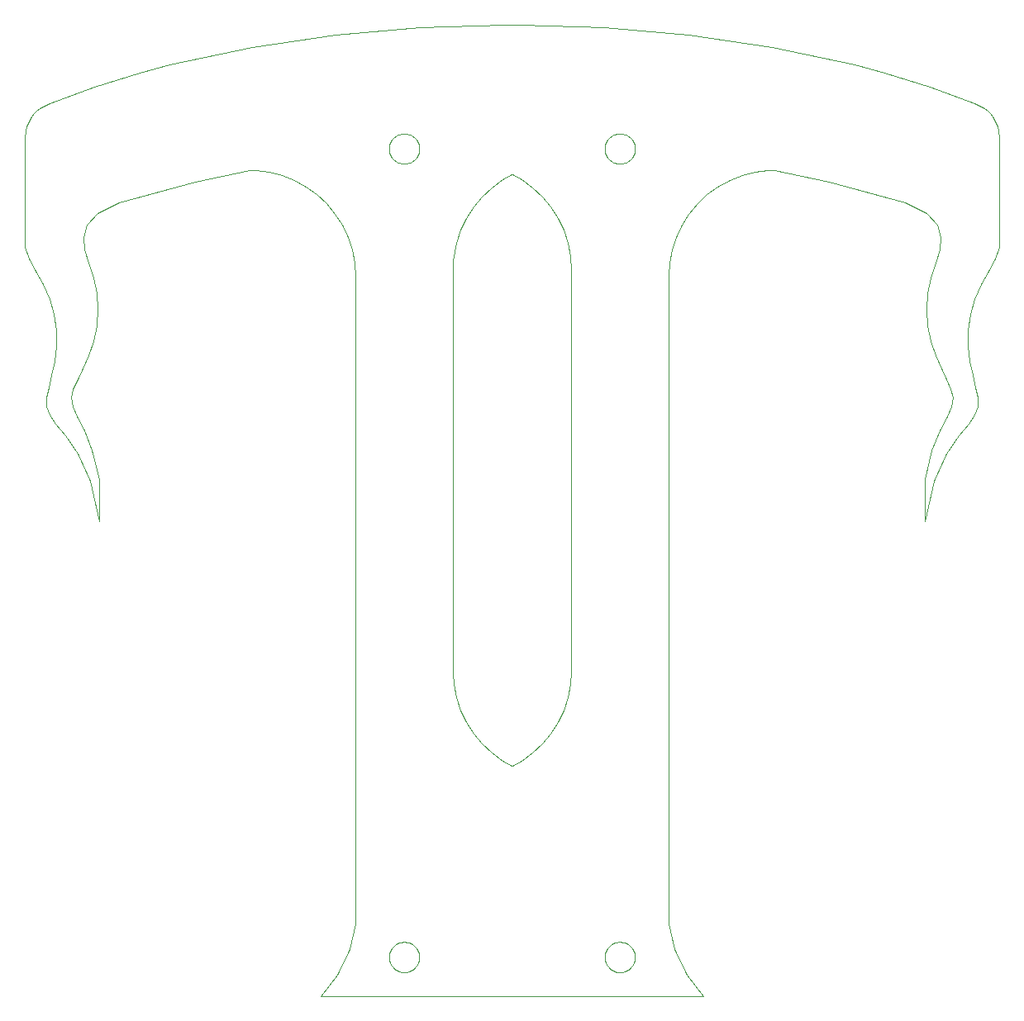
<source format=gm1>
G04 #@! TF.FileFunction,Profile,NP*
%FSLAX46Y46*%
G04 Gerber Fmt 4.6, Leading zero omitted, Abs format (unit mm)*
G04 Created by KiCad (PCBNEW 4.0.7) date 02/25/18 15:11:15*
%MOMM*%
%LPD*%
G01*
G04 APERTURE LIST*
%ADD10C,0.100000*%
G04 APERTURE END LIST*
D10*
X43860720Y75483720D02*
X44246800Y77292200D01*
X43865800Y34152840D02*
X43916600Y33258760D01*
X50955573Y83762972D02*
X49991563Y84292530D01*
X97124595Y63725083D02*
X97441436Y62490152D01*
X96820768Y65136804D02*
X97124595Y63725083D01*
X96632601Y66687713D02*
X96820768Y65136804D01*
X96638125Y68319403D02*
X96632601Y66687713D01*
X96880350Y69963922D02*
X96638125Y68319403D01*
X98025607Y73043514D02*
X97359175Y71555608D01*
X97359175Y71555608D02*
X96880350Y69963922D01*
X98778291Y74404414D02*
X98025607Y73043514D01*
X99850757Y76814051D02*
X99462352Y75656394D01*
X99462352Y75656394D02*
X98778291Y74404414D01*
X99850757Y76814051D02*
X99850757Y88055035D01*
X50735Y88055035D02*
X130724Y88822828D01*
X1263025Y90804890D02*
X1561489Y91050445D01*
X76547895Y97375154D02*
X85006687Y95599644D01*
X40511677Y99413209D02*
X31902509Y98647824D01*
X367255Y89557646D02*
X541302Y89902733D01*
X1883792Y91263751D02*
X2226461Y91442512D01*
X2544677Y91581566D02*
X2226461Y91442512D01*
X991611Y90529731D02*
X1263025Y90804890D01*
X7132339Y93308757D02*
X2544677Y91581566D01*
X130724Y88822828D02*
X229903Y89196381D01*
X23353596Y97375154D02*
X14894804Y95599644D01*
X229903Y89196381D02*
X367255Y89557646D01*
X50735Y76814051D02*
X50735Y88055035D01*
X98909880Y90529731D02*
X98638467Y90804890D01*
X541302Y89902733D02*
X750171Y90227929D01*
X50828764Y99666319D02*
X59389815Y99413209D01*
X49072727Y99666319D02*
X40511677Y99413209D01*
X98638467Y90804890D02*
X98340002Y91050445D01*
X1561489Y91050445D02*
X1883792Y91263751D01*
X50735Y76814051D02*
X439139Y75656394D01*
X11770129Y94748269D02*
X7132339Y93308757D01*
X99151321Y90227929D02*
X98909880Y90529731D01*
X14894804Y95599644D02*
X11770129Y94748269D01*
X750171Y90227929D02*
X991611Y90529731D01*
X98017700Y91263751D02*
X97675030Y91442512D01*
X98340002Y91050445D02*
X98017700Y91263751D01*
X59389815Y99413209D02*
X67998983Y98647824D01*
X97356815Y91581566D02*
X97675030Y91442512D01*
X92769153Y93308757D02*
X97356815Y91581566D01*
X88131362Y94748269D02*
X92769153Y93308757D01*
X85006687Y95599644D02*
X88131362Y94748269D01*
X38248565Y5464032D02*
X38429547Y5535688D01*
X37358521Y4061546D02*
X37370743Y4255813D01*
X60004956Y2867247D02*
X60162432Y2752834D01*
X37370743Y4255813D02*
X37407217Y4447017D01*
X60333007Y2659060D02*
X60513989Y2587404D01*
X38811200Y5608492D02*
X39005851Y5608492D01*
X37407217Y3676076D02*
X37370743Y3867279D01*
X39896535Y2867247D02*
X39739059Y2752834D01*
X37550246Y3314826D02*
X37467367Y3490952D01*
X37467367Y4632141D02*
X37550246Y4808267D01*
X39568485Y5464032D02*
X39739059Y5370259D01*
X62351246Y3314826D02*
X62434124Y3490952D01*
X62351246Y4808267D02*
X62246946Y4972616D01*
X40446308Y3867279D02*
X40409834Y3676076D01*
X59551809Y4632141D02*
X59491658Y4447017D01*
X59634687Y4808267D02*
X59551809Y4632141D01*
X61283408Y5584096D02*
X61090292Y5608492D01*
X61090292Y5608492D02*
X60895641Y5608492D01*
X61823500Y5370259D02*
X61652926Y5464032D01*
X59455184Y4255813D02*
X59442962Y4061546D01*
X39198967Y2538997D02*
X39005851Y2514600D01*
X62122871Y5122598D02*
X61980977Y5255845D01*
X37920515Y2867247D02*
X37778620Y3000495D01*
X59863062Y5122598D02*
X59738986Y4972616D01*
X61980977Y5255845D02*
X61823500Y5370259D01*
X39387503Y5535688D02*
X39568485Y5464032D01*
X61980977Y2867247D02*
X62122871Y3000495D01*
X59738986Y3150476D02*
X59863062Y3000495D01*
X37654545Y4972616D02*
X37778620Y5122598D01*
X60895641Y2514600D02*
X61090292Y2514600D01*
X61471944Y2587404D02*
X61652926Y2659060D01*
X60702524Y2538997D02*
X60895641Y2514600D01*
X59634687Y3314826D02*
X59738986Y3150476D01*
X62530749Y3867279D02*
X62542971Y4061546D01*
X60162432Y2752834D02*
X60333007Y2659060D01*
X39739059Y2752834D02*
X39568485Y2659060D01*
X60004956Y5255845D02*
X59863062Y5122598D01*
X62122871Y3000495D02*
X62246946Y3150476D01*
X62494275Y3676076D02*
X62530749Y3867279D01*
X40266805Y4808267D02*
X40349683Y4632141D01*
X60895641Y5608492D02*
X60702524Y5584096D01*
X61471944Y5535688D02*
X61283408Y5584096D01*
X59491658Y3676076D02*
X59551809Y3490952D01*
X40349683Y3490952D02*
X40266805Y3314826D01*
X61823500Y2752834D02*
X61980977Y2867247D01*
X39896535Y5255845D02*
X40038430Y5122598D01*
X59442962Y4061546D02*
X59455184Y3867279D01*
X59455184Y3867279D02*
X59491658Y3676076D01*
X61652926Y5464032D02*
X61471944Y5535688D01*
X40162505Y4972616D02*
X40266805Y4808267D01*
X60702524Y5584096D02*
X60513989Y5535688D01*
X62530749Y4255813D02*
X62494275Y4447017D01*
X60162432Y5370259D02*
X60004956Y5255845D01*
X40266805Y3314826D02*
X40162505Y3150476D01*
X39198967Y5584096D02*
X39387503Y5535688D01*
X39739059Y5370259D02*
X39896535Y5255845D01*
X38618083Y5584096D02*
X38811200Y5608492D01*
X40038430Y3000495D02*
X39896535Y2867247D01*
X60333007Y5464032D02*
X60162432Y5370259D01*
X59863062Y3000495D02*
X60004956Y2867247D01*
X59551809Y3490952D02*
X59634687Y3314826D01*
X39005851Y5608492D02*
X39198967Y5584096D01*
X37654545Y3150476D02*
X37550246Y3314826D01*
X33906674Y10492500D02*
X33906674Y73869753D01*
X65994817Y10492500D02*
X65994817Y73869753D01*
X67338129Y79099936D02*
X68068882Y80250977D01*
X32563362Y79099936D02*
X31832610Y80250977D01*
X33565484Y76569721D02*
X33144041Y77866362D01*
X68068882Y80250977D02*
X68938176Y81301319D01*
X69932294Y82234390D02*
X71035550Y83035465D01*
X28865942Y83035465D02*
X27670960Y83691903D01*
X31832610Y80250977D02*
X30963316Y81301319D01*
X33821039Y75230473D02*
X33565484Y76569721D01*
X65994817Y7492491D02*
X65994817Y10492500D01*
X30963316Y81301319D02*
X29969197Y82234390D01*
X33906674Y73869753D02*
X33821039Y75230473D01*
X6415126Y79119764D02*
X6019957Y77848888D01*
X23729656Y84702158D02*
X23058620Y84702158D01*
X66757450Y77866362D02*
X67338129Y79099936D01*
X7033109Y73720627D02*
X7377452Y72127070D01*
X29969197Y82234390D02*
X28865942Y83035465D01*
X33906674Y7492491D02*
X33906674Y10492500D01*
X6578115Y75207759D02*
X7033109Y73720627D01*
X25082392Y84531876D02*
X23729656Y84702158D01*
X27670960Y83691903D02*
X26403108Y84193344D01*
X66080453Y75230473D02*
X66336008Y76569721D01*
X68938176Y81301319D02*
X69932294Y82234390D01*
X71035550Y83035465D02*
X72230532Y83691903D01*
X6167738Y76574136D02*
X6578115Y75207759D01*
X6019957Y77848888D02*
X6167738Y76574136D01*
X7490342Y80322153D02*
X6415126Y79119764D01*
X26403108Y84193344D02*
X25082392Y84531876D01*
X7490342Y80322153D02*
X9713785Y81417451D01*
X65994817Y73869753D02*
X66080453Y75230473D01*
X33144041Y77866362D02*
X32563362Y79099936D01*
X66336008Y76569721D02*
X66757450Y77866362D01*
X93801709Y58063694D02*
X92958939Y56025139D01*
X95096702Y61405344D02*
X94976050Y60517705D01*
X94976050Y60517705D02*
X94525931Y59473092D01*
X92280854Y53034982D02*
X92207992Y48712244D01*
X95701054Y57531999D02*
X94454946Y55711784D01*
X92411149Y80322153D02*
X90187706Y81417451D01*
X92524040Y72127070D02*
X92384710Y70470771D01*
X94454946Y55711784D02*
X93173181Y52926480D01*
X92819806Y67214145D02*
X93324619Y65735670D01*
X92958939Y56025139D02*
X92280854Y53034982D01*
X92487792Y68811708D02*
X92819806Y67214145D01*
X93324619Y65735670D02*
X93913810Y64417291D01*
X72230532Y83691903D02*
X73498384Y84193344D01*
X97357478Y59690124D02*
X96701072Y58761171D01*
X73498384Y84193344D02*
X74819099Y84531876D01*
X74819099Y84531876D02*
X76171836Y84702158D01*
X76171836Y84702158D02*
X76842872Y84702158D01*
X97659078Y60533628D02*
X97357478Y59690124D01*
X92384710Y70470771D02*
X92487792Y68811708D01*
X94525931Y59473092D02*
X93801709Y58063694D01*
X92411149Y80322153D02*
X93486366Y79119764D01*
X93486366Y79119764D02*
X93881535Y77848888D01*
X93733754Y76574136D02*
X93323376Y75207759D01*
X93173181Y52926480D02*
X92207992Y48712244D01*
X93881535Y77848888D02*
X93733754Y76574136D01*
X93913810Y64417291D02*
X94479174Y63274572D01*
X94907370Y62289824D02*
X95096702Y61405344D01*
X96701072Y58761171D02*
X95701054Y57531999D01*
X92868382Y73720627D02*
X92524040Y72127070D01*
X94479174Y63274572D02*
X94907370Y62289824D01*
X93323376Y75207759D02*
X92868382Y73720627D01*
X46850063Y82027040D02*
X47844182Y82960110D01*
X99770768Y88822828D02*
X99671589Y89196381D01*
X50954617Y24222125D02*
X49990607Y23692567D01*
X53921285Y27006613D02*
X53051991Y25956271D01*
X45980769Y80976697D02*
X46850063Y82027040D01*
X46849501Y25956271D02*
X47843619Y25023200D01*
X44668775Y29391228D02*
X45249454Y28157654D01*
X99850757Y88055035D02*
X99770768Y88822828D01*
X45249454Y28157654D02*
X45980207Y27006613D01*
X43991778Y32027117D02*
X44247333Y30687869D01*
X99671589Y89196381D02*
X99534236Y89557646D01*
X44247333Y30687869D02*
X44668775Y29391228D01*
X43868327Y34151223D02*
X43860984Y75484473D01*
X99360189Y89902733D02*
X99151321Y90227929D01*
X54652037Y28157654D02*
X53921285Y27006613D01*
X55232716Y29391228D02*
X54652037Y28157654D01*
X99534236Y89557646D02*
X99360189Y89902733D01*
X45980207Y27006613D02*
X46849501Y25956271D01*
X48946875Y24222125D02*
X49910884Y23692567D01*
X43914047Y33262223D02*
X43991778Y32027117D01*
X55987444Y33262223D02*
X55909714Y32027117D01*
X55909714Y32027117D02*
X55654159Y30687869D01*
X55654159Y30687869D02*
X55232716Y29391228D01*
X53051991Y25956271D02*
X52057872Y25023200D01*
X44669338Y78592083D02*
X45250017Y79825656D01*
X44247895Y77295441D02*
X44669338Y78592083D01*
X45250017Y79825656D02*
X45980769Y80976697D01*
X40266805Y86181416D02*
X40162505Y86017067D01*
X60333007Y88330623D02*
X60162432Y88236849D01*
X61471944Y85453995D02*
X61652926Y85525651D01*
X38811200Y88475083D02*
X39005851Y88475083D01*
X37370743Y87122404D02*
X37407217Y87313607D01*
X59442962Y86928137D02*
X59455184Y86733870D01*
X59455184Y86733870D02*
X59491658Y86542666D01*
X38811200Y85381191D02*
X38618083Y85405587D01*
X38077991Y85619425D02*
X37920515Y85733838D01*
X37920515Y88122436D02*
X38077991Y88236849D01*
X60513989Y85453995D02*
X60702524Y85405587D01*
X39005851Y88475083D02*
X39198967Y88450687D01*
X37407217Y87313607D02*
X37467367Y87498732D01*
X38429547Y85453995D02*
X38248565Y85525651D01*
X40038430Y85867086D02*
X39896535Y85733838D01*
X38618083Y88450687D02*
X38811200Y88475083D01*
X40349683Y87498732D02*
X40409834Y87313607D01*
X40458530Y86928137D02*
X40446308Y86733870D01*
X39568485Y85525651D02*
X39387503Y85453995D01*
X40162505Y86017067D02*
X40038430Y85867086D01*
X37550246Y87674857D02*
X37654545Y87839207D01*
X40446308Y87122404D02*
X40458530Y86928137D01*
X40266805Y87674857D02*
X40349683Y87498732D01*
X49950746Y23714464D02*
X49990607Y23692567D01*
X38077991Y88236849D02*
X38248565Y88330623D01*
X38618083Y85405587D02*
X38429547Y85453995D01*
X37358521Y86928137D02*
X37370743Y87122404D01*
X37467367Y86357542D02*
X37407217Y86542666D01*
X39739059Y88236849D02*
X39896535Y88122436D01*
X49950746Y23714464D02*
X49910884Y23692567D01*
X39387503Y88402279D02*
X39568485Y88330623D01*
X61283408Y88450687D02*
X61090292Y88475083D01*
X39568485Y88330623D02*
X39739059Y88236849D01*
X39896535Y85733838D02*
X39739059Y85619425D01*
X38248565Y88330623D02*
X38429547Y88402279D01*
X39005851Y85381191D02*
X38811200Y85381191D01*
X61283408Y85405587D02*
X61471944Y85453995D01*
X40446308Y86733870D02*
X40409834Y86542666D01*
X59738986Y87839207D02*
X59634687Y87674857D01*
X37407217Y86542666D02*
X37370743Y86733870D01*
X60333007Y85525651D02*
X60513989Y85453995D01*
X59738986Y86017067D02*
X59863062Y85867086D01*
X60162432Y85619425D02*
X60333007Y85525651D01*
X37654545Y87839207D02*
X37778620Y87989188D01*
X37778620Y85867086D02*
X37654545Y86017067D01*
X37654545Y86017067D02*
X37550246Y86181416D01*
X39198967Y85405587D02*
X39005851Y85381191D01*
X37467367Y87498732D02*
X37550246Y87674857D01*
X37370743Y86733870D02*
X37358521Y86928137D01*
X37778620Y87989188D02*
X37920515Y88122436D01*
X38429547Y88402279D02*
X38618083Y88450687D01*
X40409834Y87313607D02*
X40446308Y87122404D01*
X40038430Y87989188D02*
X40162505Y87839207D01*
X37920515Y85733838D02*
X37778620Y85867086D01*
X40162505Y87839207D02*
X40266805Y87674857D01*
X39739059Y85619425D02*
X39568485Y85525651D01*
X40409834Y86542666D02*
X40349683Y86357542D01*
X37550246Y86181416D02*
X37467367Y86357542D01*
X39896535Y88122436D02*
X40038430Y87989188D01*
X39198967Y88450687D02*
X39387503Y88402279D01*
X40349683Y86357542D02*
X40266805Y86181416D01*
X39387503Y85453995D02*
X39198967Y85405587D01*
X38248565Y85525651D02*
X38077991Y85619425D01*
X55653596Y77295441D02*
X55232154Y78592083D01*
X30359787Y61534D02*
X32007880Y2298834D01*
X69541705Y61534D02*
X67893611Y2298834D01*
X55909152Y75956194D02*
X55653596Y77295441D01*
X33286803Y4869339D02*
X33906674Y7492491D01*
X55232154Y78592083D02*
X54651475Y79825656D01*
X53051428Y82027040D02*
X52057310Y82960110D01*
X54651475Y79825656D02*
X53920723Y80976697D01*
X55987444Y33262223D02*
X55994787Y74595473D01*
X69541705Y61534D02*
X30359787Y61534D01*
X53920723Y80976697D02*
X53051428Y82027040D01*
X66614689Y4869339D02*
X65994817Y7492491D01*
X55994787Y74595473D02*
X55909152Y75956194D01*
X61090292Y2514600D02*
X61283408Y2538997D01*
X82458238Y83523486D02*
X90187706Y81417451D01*
X67998983Y98647824D02*
X76547895Y97375154D01*
X9713785Y81417451D02*
X17443253Y83523486D01*
X61283408Y2538997D02*
X61471944Y2587404D01*
X62494275Y4447017D02*
X62434124Y4632141D01*
X62434124Y4632141D02*
X62351246Y4808267D01*
X48947437Y83761185D02*
X47844182Y82960110D01*
X62434124Y3490952D02*
X62494275Y3676076D01*
X23058620Y84702158D02*
X17443253Y83523486D01*
X62542971Y4061546D02*
X62530749Y4255813D01*
X61652926Y2659060D02*
X61823500Y2752834D01*
X59491658Y4447017D02*
X59455184Y4255813D01*
X66614689Y4869339D02*
X67893611Y2298834D01*
X59738986Y4972616D02*
X59634687Y4808267D01*
X52057310Y82960110D02*
X50954055Y83761185D01*
X50954617Y24222125D02*
X52057872Y25023200D01*
X49072727Y99666319D02*
X50828764Y99666319D01*
X47843619Y25023200D02*
X48946875Y24222125D01*
X60513989Y5535688D02*
X60333007Y5464032D01*
X32007880Y2298834D02*
X33286803Y4869339D01*
X23353596Y97375154D02*
X31902509Y98647824D01*
X62246946Y3150476D02*
X62351246Y3314826D01*
X82458238Y83523486D02*
X76842872Y84702158D01*
X60513989Y2587404D02*
X60702524Y2538997D01*
X62246946Y4972616D02*
X62122871Y5122598D01*
X97441436Y62490152D02*
X97656740Y61438142D01*
X97656740Y61438142D02*
X97659078Y60533628D01*
X6576873Y65735670D02*
X5987682Y64417291D01*
X4804789Y61405344D02*
X4925441Y60517705D01*
X2544014Y59690124D02*
X3200420Y58761171D01*
X2244752Y61438142D02*
X2242414Y60533628D01*
X6099782Y58063694D02*
X6942552Y56025139D01*
X4200438Y57531999D02*
X5446546Y55711784D01*
X2460056Y62490152D02*
X2244752Y61438142D01*
X5987682Y64417291D02*
X5422317Y63274572D01*
X2776896Y63725083D02*
X2460056Y62490152D01*
X2542317Y71555608D02*
X3021142Y69963922D01*
X3268890Y66687713D02*
X3080724Y65136804D01*
X3080724Y65136804D02*
X2776896Y63725083D01*
X4925441Y60517705D02*
X5375560Y59473092D01*
X6942552Y56025139D02*
X7620637Y53034982D01*
X4994122Y62289824D02*
X4804789Y61405344D01*
X7081686Y67214145D02*
X6576873Y65735670D01*
X7516781Y70470771D02*
X7413699Y68811708D01*
X7377452Y72127070D02*
X7516781Y70470771D01*
X1875885Y73043514D02*
X2542317Y71555608D01*
X3200420Y58761171D02*
X4200438Y57531999D01*
X5446546Y55711784D02*
X6728311Y52926480D01*
X7413699Y68811708D02*
X7081686Y67214145D01*
X439139Y75656394D02*
X1123200Y74404414D01*
X1123200Y74404414D02*
X1875885Y73043514D01*
X3021142Y69963922D02*
X3263367Y68319403D01*
X3263367Y68319403D02*
X3268890Y66687713D01*
X2242414Y60533628D02*
X2544014Y59690124D01*
X6728311Y52926480D02*
X7693500Y48712244D01*
X7620637Y53034982D02*
X7693500Y48712244D01*
X5375560Y59473092D02*
X6099782Y58063694D01*
X5422317Y63274572D02*
X4994122Y62289824D01*
X62494275Y87313607D02*
X62434124Y87498732D01*
X61980977Y88122436D02*
X61823500Y88236849D01*
X62434124Y87498732D02*
X62351246Y87674857D01*
X61652926Y88330623D02*
X61471944Y88402279D01*
X37467367Y3490952D02*
X37407217Y3676076D01*
X40038430Y5122598D02*
X40162505Y4972616D01*
X60004956Y88122436D02*
X59863062Y87989188D01*
X39005851Y2514600D02*
X38811200Y2514600D01*
X39568485Y2659060D02*
X39387503Y2587404D01*
X62542971Y86928137D02*
X62530749Y87122404D01*
X59863062Y87989188D02*
X59738986Y87839207D01*
X40162505Y3150476D02*
X40038430Y3000495D01*
X39387503Y2587404D02*
X39198967Y2538997D01*
X59455184Y87122404D02*
X59442962Y86928137D01*
X38248565Y2659060D02*
X38077991Y2752834D01*
X62122871Y85867086D02*
X62246946Y86017067D01*
X38429547Y2587404D02*
X38248565Y2659060D01*
X62122871Y87989188D02*
X61980977Y88122436D01*
X60004956Y85733838D02*
X60162432Y85619425D01*
X60702524Y88450687D02*
X60513989Y88402279D01*
X62246946Y87839207D02*
X62122871Y87989188D01*
X62530749Y86733870D02*
X62542971Y86928137D01*
X62351246Y87674857D02*
X62246946Y87839207D01*
X60702524Y85405587D02*
X60895641Y85381191D01*
X38077991Y2752834D02*
X37920515Y2867247D01*
X61652926Y85525651D02*
X61823500Y85619425D01*
X61090292Y88475083D02*
X60895641Y88475083D01*
X60895641Y85381191D02*
X61090292Y85381191D01*
X61823500Y88236849D02*
X61652926Y88330623D01*
X60162432Y88236849D02*
X60004956Y88122436D01*
X59551809Y87498732D02*
X59491658Y87313607D01*
X59491658Y86542666D02*
X59551809Y86357542D01*
X62434124Y86357542D02*
X62494275Y86542666D01*
X59863062Y85867086D02*
X60004956Y85733838D01*
X62494275Y86542666D02*
X62530749Y86733870D01*
X62351246Y86181416D02*
X62434124Y86357542D01*
X38077991Y5370259D02*
X38248565Y5464032D01*
X37778620Y3000495D02*
X37654545Y3150476D01*
X59634687Y86181416D02*
X59738986Y86017067D01*
X61471944Y88402279D02*
X61283408Y88450687D01*
X62530749Y87122404D02*
X62494275Y87313607D01*
X37778620Y5122598D02*
X37920515Y5255845D01*
X40458530Y4061546D02*
X40446308Y3867279D01*
X38429547Y5535688D02*
X38618083Y5584096D01*
X59491658Y87313607D02*
X59455184Y87122404D01*
X40409834Y3676076D02*
X40349683Y3490952D01*
X40409834Y4447017D02*
X40446308Y4255813D01*
X61090292Y85381191D02*
X61283408Y85405587D01*
X37407217Y4447017D02*
X37467367Y4632141D01*
X37370743Y3867279D02*
X37358521Y4061546D01*
X60895641Y88475083D02*
X60702524Y88450687D01*
X61980977Y85733838D02*
X62122871Y85867086D01*
X59551809Y86357542D02*
X59634687Y86181416D01*
X61823500Y85619425D02*
X61980977Y85733838D01*
X59634687Y87674857D02*
X59551809Y87498732D01*
X37550246Y4808267D02*
X37654545Y4972616D01*
X40349683Y4632141D02*
X40409834Y4447017D01*
X62246946Y86017067D02*
X62351246Y86181416D01*
X37920515Y5255845D02*
X38077991Y5370259D01*
X60513989Y88402279D02*
X60333007Y88330623D01*
X38618083Y2538997D02*
X38429547Y2587404D01*
X40446308Y4255813D02*
X40458530Y4061546D01*
X38811200Y2514600D02*
X38618083Y2538997D01*
X48948955Y83762972D02*
X49912965Y84292530D01*
X49952264Y84270942D02*
X49912965Y84292530D01*
X49952264Y84270942D02*
X49991563Y84292530D01*
M02*

</source>
